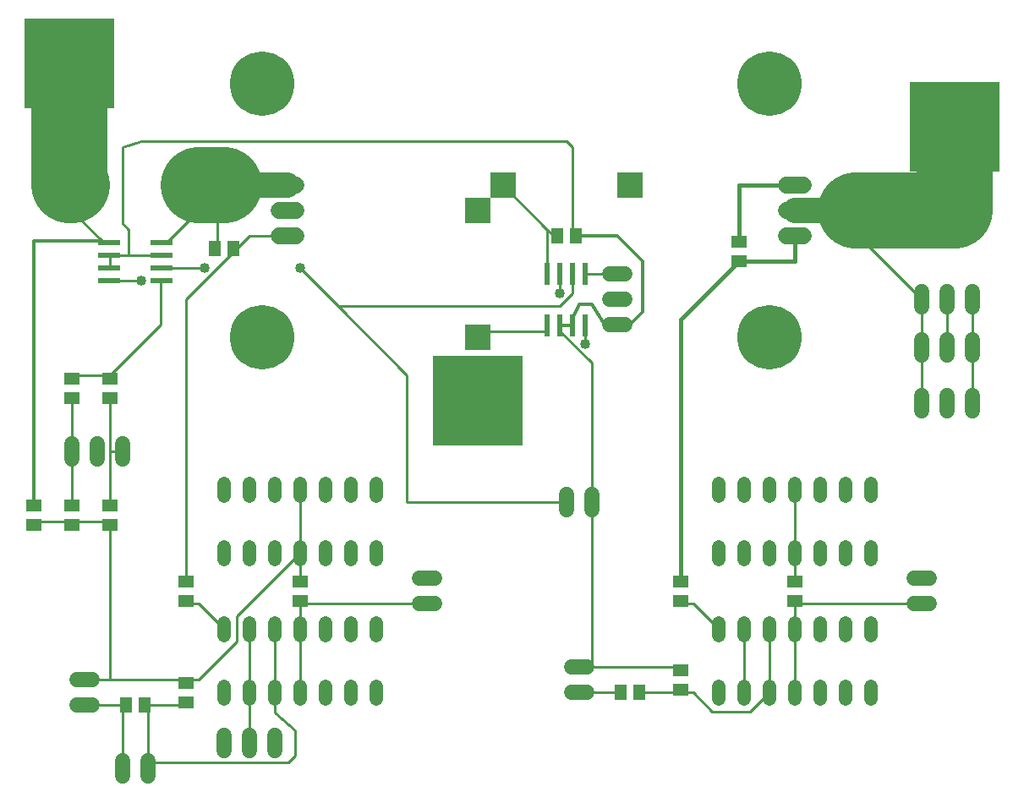
<source format=gtl>
G75*
G70*
%OFA0B0*%
%FSLAX24Y24*%
%IPPOS*%
%LPD*%
%AMOC8*
5,1,8,0,0,1.08239X$1,22.5*
%
%ADD10C,0.0660*%
%ADD11C,0.2540*%
%ADD12R,0.0591X0.0512*%
%ADD13R,0.0512X0.0591*%
%ADD14R,0.1000X0.1000*%
%ADD15R,0.0236X0.0866*%
%ADD16R,0.0866X0.0236*%
%ADD17C,0.0600*%
%ADD18C,0.0520*%
%ADD19R,0.3543X0.3543*%
%ADD20C,0.0100*%
%ADD21C,0.0400*%
%ADD22C,0.3000*%
%ADD23C,0.1000*%
%ADD24C,0.0120*%
%ADD25C,0.0160*%
D10*
X010982Y022101D02*
X011642Y022101D01*
X011642Y023101D02*
X010982Y023101D01*
X010982Y024101D02*
X011642Y024101D01*
X030982Y024101D02*
X031642Y024101D01*
X031642Y023101D02*
X030982Y023101D01*
X030982Y022101D02*
X031642Y022101D01*
D11*
X030312Y018101D03*
X030312Y028101D03*
X010312Y028101D03*
X010312Y018101D03*
D12*
X004312Y016475D03*
X004312Y015727D03*
X002812Y015727D03*
X002812Y016475D03*
X002812Y011475D03*
X002812Y010727D03*
X001312Y010727D03*
X001312Y011475D03*
X004312Y011475D03*
X004312Y010727D03*
X007312Y008475D03*
X007312Y007727D03*
X007312Y004475D03*
X007312Y003727D03*
X011812Y007727D03*
X011812Y008475D03*
X026812Y008475D03*
X026812Y007727D03*
X026812Y004975D03*
X026812Y004227D03*
X031312Y007727D03*
X031312Y008475D03*
X029112Y021127D03*
X029112Y021875D03*
D13*
X022686Y022101D03*
X021938Y022101D03*
X009186Y021601D03*
X008438Y021601D03*
X024438Y004101D03*
X025186Y004101D03*
X005686Y003601D03*
X004938Y003601D03*
D14*
X018812Y018101D03*
X018812Y023101D03*
X019812Y024101D03*
X024812Y024101D03*
X007812Y024101D03*
X002812Y024101D03*
D15*
X021562Y020624D03*
X022062Y020624D03*
X022562Y020624D03*
X023062Y020624D03*
X023062Y018577D03*
X022562Y018577D03*
X022062Y018577D03*
X021562Y018577D03*
D16*
X006336Y020351D03*
X006336Y020851D03*
X006336Y021351D03*
X006336Y021851D03*
X004289Y021851D03*
X004289Y021351D03*
X004289Y020851D03*
X004289Y020351D03*
D17*
X003612Y003601D02*
X003012Y003601D01*
X003012Y004601D02*
X003612Y004601D01*
X004812Y001401D02*
X004812Y000801D01*
X005812Y000801D02*
X005812Y001401D01*
X008812Y001801D02*
X008812Y002401D01*
X009812Y002401D02*
X009812Y001801D01*
X010812Y001801D02*
X010812Y002401D01*
X016512Y007601D02*
X017112Y007601D01*
X017112Y008601D02*
X016512Y008601D01*
X022312Y011301D02*
X022312Y011901D01*
X023312Y011901D02*
X023312Y011301D01*
X023112Y005101D02*
X022512Y005101D01*
X022512Y004101D02*
X023112Y004101D01*
X036012Y007601D02*
X036612Y007601D01*
X036612Y008601D02*
X036012Y008601D01*
X036312Y015201D02*
X036312Y015801D01*
X037312Y015801D02*
X037312Y015201D01*
X038312Y015201D02*
X038312Y015801D01*
X038312Y017401D02*
X038312Y018001D01*
X037312Y018001D02*
X037312Y017401D01*
X036312Y017401D02*
X036312Y018001D01*
X036312Y019301D02*
X036312Y019901D01*
X037312Y019901D02*
X037312Y019301D01*
X038312Y019301D02*
X038312Y019901D01*
X024612Y019601D02*
X024012Y019601D01*
X024012Y020601D02*
X024612Y020601D01*
X024612Y018601D02*
X024012Y018601D01*
X004812Y013901D02*
X004812Y013301D01*
X003812Y013301D02*
X003812Y013901D01*
X002812Y013901D02*
X002812Y013301D01*
D18*
X008812Y012361D02*
X008812Y011841D01*
X009812Y011841D02*
X009812Y012361D01*
X010812Y012361D02*
X010812Y011841D01*
X011812Y011841D02*
X011812Y012361D01*
X012812Y012361D02*
X012812Y011841D01*
X013812Y011841D02*
X013812Y012361D01*
X014812Y012361D02*
X014812Y011841D01*
X014812Y009861D02*
X014812Y009341D01*
X013812Y009341D02*
X013812Y009861D01*
X012812Y009861D02*
X012812Y009341D01*
X011812Y009341D02*
X011812Y009861D01*
X010812Y009861D02*
X010812Y009341D01*
X009812Y009341D02*
X009812Y009861D01*
X008812Y009861D02*
X008812Y009341D01*
X008812Y006861D02*
X008812Y006341D01*
X009812Y006341D02*
X009812Y006861D01*
X010812Y006861D02*
X010812Y006341D01*
X011812Y006341D02*
X011812Y006861D01*
X012812Y006861D02*
X012812Y006341D01*
X013812Y006341D02*
X013812Y006861D01*
X014812Y006861D02*
X014812Y006341D01*
X014812Y004361D02*
X014812Y003841D01*
X013812Y003841D02*
X013812Y004361D01*
X012812Y004361D02*
X012812Y003841D01*
X011812Y003841D02*
X011812Y004361D01*
X010812Y004361D02*
X010812Y003841D01*
X009812Y003841D02*
X009812Y004361D01*
X008812Y004361D02*
X008812Y003841D01*
X028312Y003841D02*
X028312Y004361D01*
X029312Y004361D02*
X029312Y003841D01*
X030312Y003841D02*
X030312Y004361D01*
X031312Y004361D02*
X031312Y003841D01*
X032312Y003841D02*
X032312Y004361D01*
X033312Y004361D02*
X033312Y003841D01*
X034312Y003841D02*
X034312Y004361D01*
X034312Y006341D02*
X034312Y006861D01*
X033312Y006861D02*
X033312Y006341D01*
X032312Y006341D02*
X032312Y006861D01*
X031312Y006861D02*
X031312Y006341D01*
X030312Y006341D02*
X030312Y006861D01*
X029312Y006861D02*
X029312Y006341D01*
X028312Y006341D02*
X028312Y006861D01*
X028312Y009341D02*
X028312Y009861D01*
X029312Y009861D02*
X029312Y009341D01*
X030312Y009341D02*
X030312Y009861D01*
X031312Y009861D02*
X031312Y009341D01*
X032312Y009341D02*
X032312Y009861D01*
X033312Y009861D02*
X033312Y009341D01*
X034312Y009341D02*
X034312Y009861D01*
X034312Y011841D02*
X034312Y012361D01*
X033312Y012361D02*
X033312Y011841D01*
X032312Y011841D02*
X032312Y012361D01*
X031312Y012361D02*
X031312Y011841D01*
X030312Y011841D02*
X030312Y012361D01*
X029312Y012361D02*
X029312Y011841D01*
X028312Y011841D02*
X028312Y012361D01*
D19*
X018812Y015601D03*
X002712Y028901D03*
X037612Y026401D03*
D20*
X037312Y019601D02*
X037312Y017701D01*
X036312Y017701D02*
X036312Y019601D01*
X038312Y019601D02*
X038312Y017701D01*
X038312Y015501D01*
X036312Y015501D02*
X036312Y017701D01*
X031312Y012101D02*
X031312Y009601D01*
X031312Y008475D01*
X031312Y007727D02*
X031312Y007601D01*
X036312Y007601D01*
X031312Y007601D02*
X031312Y006601D01*
X031312Y004101D01*
X030312Y004101D02*
X029562Y003351D01*
X028062Y003351D01*
X027312Y004101D01*
X026812Y004101D01*
X026812Y004227D01*
X026812Y004101D02*
X025186Y004101D01*
X024438Y004101D02*
X022812Y004101D01*
X022812Y005101D02*
X023312Y005101D01*
X023312Y011601D01*
X023312Y017101D01*
X022062Y018351D01*
X022062Y018577D01*
X021562Y018577D02*
X021562Y018351D01*
X019062Y018351D01*
X018812Y018101D01*
X016012Y016601D02*
X016012Y011601D01*
X022312Y011601D01*
X026812Y007727D02*
X026812Y007601D01*
X027312Y007601D01*
X028312Y006601D01*
X029312Y006601D02*
X029312Y004101D01*
X030312Y004101D02*
X030312Y006601D01*
X026812Y005101D02*
X026812Y004975D01*
X026812Y005101D02*
X023312Y005101D01*
X016812Y007601D02*
X011812Y007601D01*
X011812Y007727D01*
X011812Y007601D02*
X011812Y006601D01*
X011812Y004101D01*
X010812Y004101D02*
X010812Y003301D01*
X011612Y002601D01*
X011612Y001601D01*
X011362Y001351D01*
X005812Y001351D01*
X005812Y001101D01*
X005812Y001351D02*
X005812Y003601D01*
X005686Y003601D01*
X005812Y003601D02*
X007312Y003601D01*
X007312Y003727D01*
X007312Y004475D02*
X007312Y004601D01*
X007812Y004601D01*
X009312Y006101D01*
X009312Y007101D01*
X011812Y009601D01*
X011812Y012101D01*
X011812Y009601D02*
X011812Y008475D01*
X010812Y006601D02*
X010812Y004101D01*
X009812Y004101D02*
X009812Y006601D01*
X008812Y006601D02*
X007812Y007601D01*
X007312Y007601D01*
X007312Y007727D01*
X007312Y008475D02*
X007312Y019601D01*
X009312Y021601D01*
X009186Y021601D01*
X009312Y021601D02*
X009812Y022101D01*
X011312Y022101D01*
X011812Y020851D02*
X013312Y019351D01*
X022062Y019351D01*
X022562Y019851D01*
X022562Y020624D01*
X022062Y020624D02*
X022062Y019851D01*
X021562Y020624D02*
X021562Y022351D01*
X021812Y022101D01*
X021938Y022101D01*
X021562Y022351D02*
X019812Y024101D01*
X022312Y025851D02*
X022562Y025601D01*
X022562Y022101D01*
X022686Y022101D01*
X023062Y020624D02*
X023062Y020601D01*
X024312Y020601D01*
X023062Y018577D02*
X023062Y017851D01*
X016012Y016601D02*
X013312Y019351D01*
X008562Y021601D02*
X008562Y024101D01*
X007812Y024101D02*
X007562Y022851D01*
X006562Y021851D01*
X006336Y021851D01*
X006336Y021351D02*
X005062Y021351D01*
X005062Y022351D01*
X004812Y022601D01*
X004812Y025601D01*
X005562Y025851D01*
X022312Y025851D01*
X008562Y021601D02*
X008438Y021601D01*
X008062Y020851D02*
X006336Y020851D01*
X006312Y020351D02*
X006336Y020351D01*
X006312Y020351D02*
X006312Y018601D01*
X004312Y016601D01*
X004312Y016475D01*
X004312Y016601D02*
X002812Y016601D01*
X002812Y016475D01*
X002812Y015727D02*
X002812Y013601D01*
X002812Y011475D01*
X002812Y010851D02*
X002812Y010727D01*
X002812Y010851D02*
X004312Y010851D01*
X004312Y010727D01*
X004312Y004601D01*
X007312Y004601D01*
X009812Y004101D02*
X009812Y002101D01*
X004938Y003601D02*
X004812Y003601D01*
X004812Y001101D01*
X004812Y003601D02*
X003312Y003601D01*
X003312Y004601D02*
X004312Y004601D01*
X001312Y010727D02*
X001312Y010851D01*
X002812Y010851D01*
X004312Y011475D02*
X004312Y013601D01*
X004812Y013601D01*
X004312Y013601D02*
X004312Y015727D01*
X004289Y020351D02*
X005562Y020351D01*
X005062Y021351D02*
X004312Y021351D01*
X004289Y021351D01*
X004312Y021351D02*
X004312Y020851D01*
X004289Y020851D01*
X004289Y021851D02*
X004062Y021851D01*
X004012Y021901D01*
X003062Y022851D01*
X002812Y024101D01*
D21*
X005562Y020351D03*
X008062Y020851D03*
X011812Y020851D03*
X022062Y019851D03*
X023062Y017851D03*
D22*
X033712Y023101D02*
X037612Y023101D01*
X037612Y026401D01*
X008812Y024101D02*
X008562Y024101D01*
X007812Y024101D01*
X002812Y024101D02*
X002712Y024101D01*
X002712Y028901D01*
D23*
X008812Y024101D02*
X011312Y024101D01*
X031312Y023101D02*
X033712Y023101D01*
D24*
X032812Y023101D02*
X036312Y019601D01*
X032812Y023101D02*
X031312Y023101D01*
X025312Y021101D02*
X025312Y019101D01*
X024812Y018601D01*
X024312Y018601D01*
X023812Y018601D01*
X023312Y019401D01*
X022812Y019401D01*
X022562Y018851D01*
X022562Y018577D01*
X022062Y018577D01*
X025312Y021101D02*
X024312Y022101D01*
X022686Y022101D01*
X004012Y021901D02*
X001312Y021901D01*
X001312Y011475D01*
D25*
X026812Y008475D02*
X026812Y018827D01*
X029112Y021127D01*
X031312Y021127D01*
X031312Y022101D01*
X029112Y021875D02*
X029112Y024101D01*
X031312Y024101D01*
M02*

</source>
